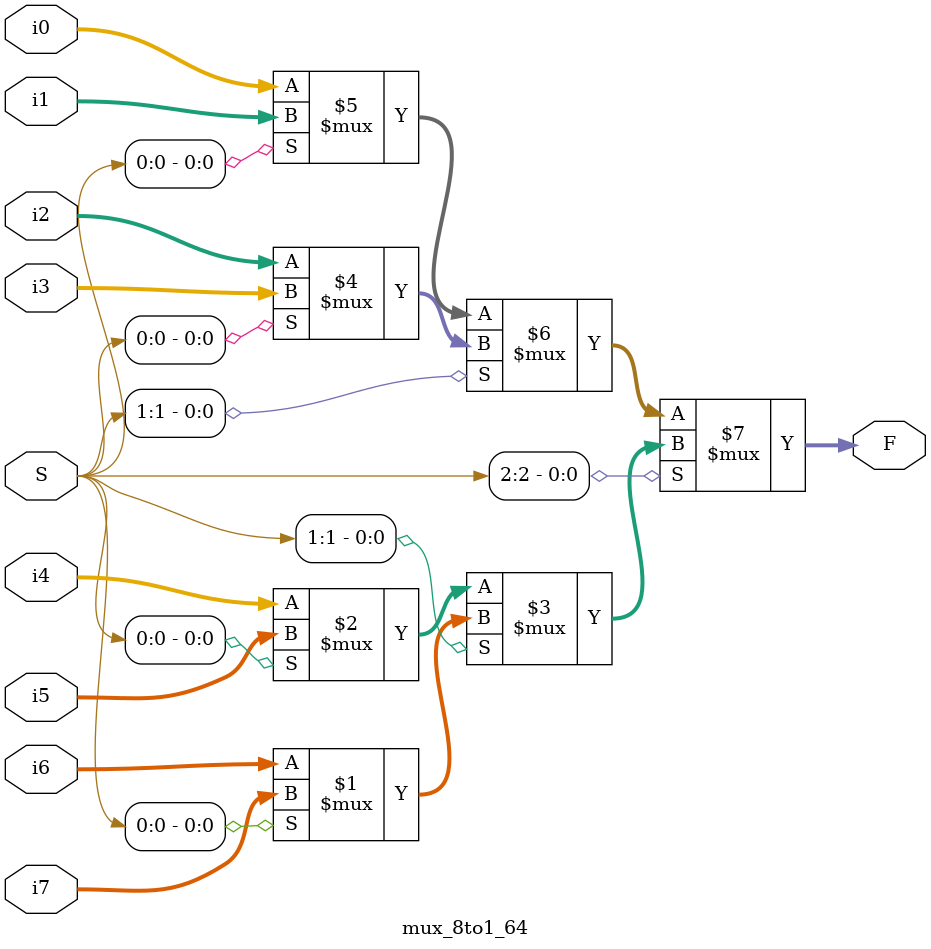
<source format=v>
module mux_8to1_64(F, S, i0, i1, i2, i3, i4, i5, i6, i7);
	input [63:0] i0, i1, i2, i3, i4, i5, i6, i7;
	input [2:0] S;
	output [63:0] F;
	
	assign F = S[2] ? (S[1] ? (S[0] ? i7 : i6) : (S[0] ? i5 : i4))
						 : (S[1] ? (S[0] ? i3 : i2) : (S[0] ? i1 : i0));
endmodule

</source>
